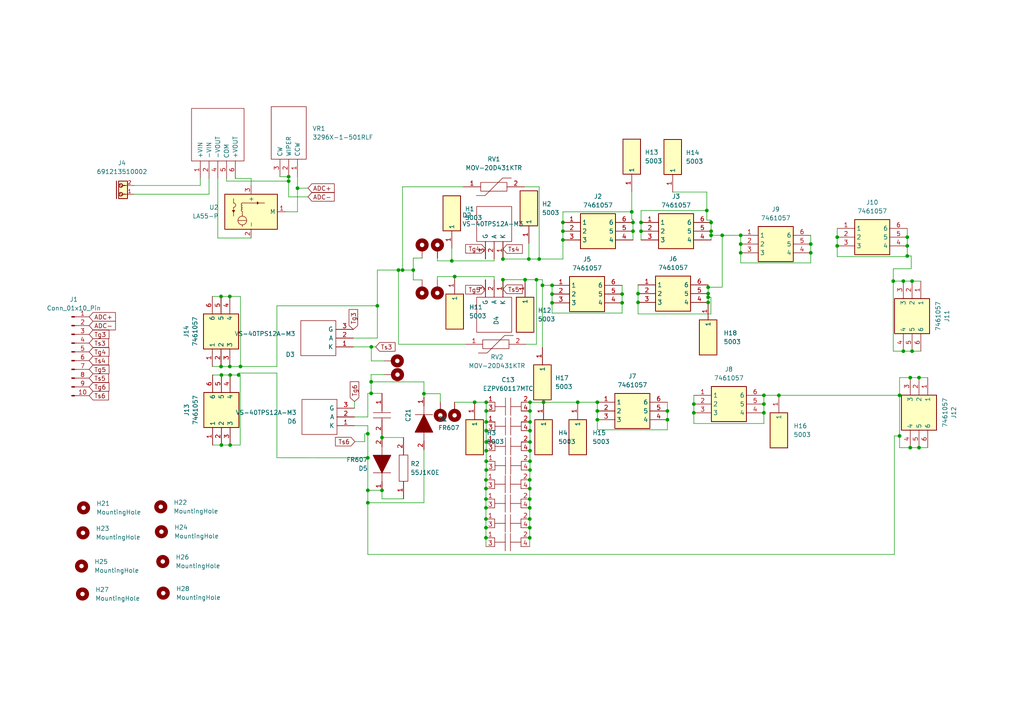
<source format=kicad_sch>
(kicad_sch (version 20250114) (generator "eeschema") (generator_version "9.0")
  (paper "A4")
  (junction (at 153.7208 119.2022))
  (junction (at 153.6446 147.2946))
  (junction (at 110.7948 126.8984))
  (junction (at 122.9614 114.1984))
  (junction (at 140.9446 150.5204))
  (junction (at 140.9446 139.192))
  (junction (at 106.68 132.7912))
  (junction (at 141.0208 124.9172))
  (junction (at 205.3844 85.1662))
  (junction (at 221.5642 114.6556))
  (junction (at 119.8626 78.3336))
  (junction (at 106.68 125.8062))
  (junction (at 214.8332 73.3298))
  (junction (at 167.5638 116.6622))
  (junction (at 64.2112 108.7628))
  (junction (at 206.248 64.516))
  (junction (at 205.3844 86.2076))
  (junction (at 153.7208 128.1938))
  (junction (at 264.541 81.534))
  (junction (at 262.001 101.854))
  (junction (at 155.6004 81.1276))
  (junction (at 153.7208 130.7338))
  (junction (at 153.7208 124.9172))
  (junction (at 107.6452 110.744))
  (junction (at 141.0208 119.2022))
  (junction (at 153.6446 139.1666))
  (junction (at 115.57 78.3336))
  (junction (at 106.68 142.2146))
  (junction (at 183.5912 64.516))
  (junction (at 193.5734 121.7422))
  (junction (at 205.3844 87.7062))
  (junction (at 140.9446 155.9814))
  (junction (at 153.6446 141.7066))
  (junction (at 152.2984 81.1276))
  (junction (at 83.7184 51.2572))
  (junction (at 263.144 68.7832))
  (junction (at 221.5642 117.1956))
  (junction (at 209.4738 68.2498))
  (junction (at 221.5642 119.7356))
  (junction (at 185.0644 85.1662))
  (junction (at 205.0034 61.0616))
  (junction (at 64.1096 106.299))
  (junction (at 183.5912 67.056))
  (junction (at 140.9446 144.7546))
  (junction (at 183.2356 61.4426))
  (junction (at 140.9446 141.7066))
  (junction (at 262.001 81.534))
  (junction (at 235.1532 73.3298))
  (junction (at 106.68 145.8214))
  (junction (at 193.5734 119.2022))
  (junction (at 264.0076 109.5248))
  (junction (at 141.0208 130.7338))
  (junction (at 206.248 67.056))
  (junction (at 141.0208 116.6622))
  (junction (at 242.824 71.3232))
  (junction (at 160.1216 87.8332))
  (junction (at 157.3276 82.7532))
  (junction (at 66.7512 108.7628))
  (junction (at 153.7208 122.3772))
  (junction (at 214.8332 68.2498))
  (junction (at 116.7638 78.3336))
  (junction (at 163.2712 67.056))
  (junction (at 266.5476 109.5248))
  (junction (at 242.824 68.7832))
  (junction (at 185.0644 87.7062))
  (junction (at 145.8722 75.1332))
  (junction (at 201.2442 119.7356))
  (junction (at 180.4416 85.2932))
  (junction (at 206.248 68.2498))
  (junction (at 69.215 108.7628))
  (junction (at 141.0208 133.7818))
  (junction (at 153.7208 133.7818))
  (junction (at 260.9088 114.6556))
  (junction (at 259.08 81.534))
  (junction (at 69.7484 106.299))
  (junction (at 153.7208 136.3218))
  (junction (at 153.6446 150.5204))
  (junction (at 66.6496 85.979))
  (junction (at 83.7184 52.5272))
  (junction (at 66.7512 129.0828))
  (junction (at 160.1216 85.2932))
  (junction (at 141.0208 136.3218))
  (junction (at 109.4486 88.6968))
  (junction (at 263.144 74.2442))
  (junction (at 64.1096 85.979))
  (junction (at 157.6578 116.6622))
  (junction (at 153.6446 155.9814))
  (junction (at 141.0208 128.1938))
  (junction (at 153.6446 153.0604))
  (junction (at 173.2534 116.6622))
  (junction (at 131.0386 75.6666))
  (junction (at 163.2712 64.516))
  (junction (at 205.3844 83.312))
  (junction (at 107.696 100.6094))
  (junction (at 263.144 71.3232))
  (junction (at 201.2442 117.1956))
  (junction (at 180.4416 87.8332))
  (junction (at 160.1216 82.7532))
  (junction (at 153.7208 116.6622))
  (junction (at 235.1532 70.7898))
  (junction (at 141.0208 122.3772))
  (junction (at 225.9076 114.6556))
  (junction (at 66.6496 106.299))
  (junction (at 214.8332 70.7898))
  (junction (at 64.2112 129.0828))
  (junction (at 137.668 116.6622))
  (junction (at 173.2534 119.2022))
  (junction (at 185.928 64.516))
  (junction (at 156.3878 75.1332))
  (junction (at 140.9446 147.2946))
  (junction (at 131.8768 80.2132))
  (junction (at 86.2838 54.5846))
  (junction (at 153.6446 144.7546))
  (junction (at 264.0076 129.8448))
  (junction (at 153.3906 75.1332))
  (junction (at 264.541 101.854))
  (junction (at 173.2534 121.7422))
  (junction (at 163.2712 69.596))
  (junction (at 107.6452 114.0968))
  (junction (at 140.9446 153.0604))
  (junction (at 266.5476 129.8448))
  (junction (at 185.928 67.056))
  (junction (at 145.8722 81.1276))
  (junction (at 110.7948 142.2146))
  (junction (at 260.9088 126.4412))
  (wire (pts (xy 68.2498 51.7652) (xy 72.8472 51.7652)))
  (wire (pts (xy 235.1532 68.2498) (xy 235.1532 70.7898)))
  (wire (pts (xy 63.1698 69.0372) (xy 72.8218 69.0372)))
  (wire (pts (xy 119.8626 74.8538) (xy 119.8626 78.3336)))
  (wire (pts (xy 185.0644 82.6262) (xy 185.0644 85.1662)))
  (wire (pts (xy 69.215 108.7628) (xy 69.6722 108.7628)))
  (wire (pts (xy 137.668 116.6622) (xy 141.0208 116.6622)))
  (wire (pts (xy 64.1096 85.979) (xy 61.5696 85.979)))
  (wire (pts (xy 183.2356 63.6524) (xy 183.5912 63.6524)))
  (wire (pts (xy 107.696 104.6734) (xy 107.696 100.6094)))
  (wire (pts (xy 69.215 108.204) (xy 80.3148 108.204)))
  (wire (pts (xy 122.9614 110.7694) (xy 107.6452 110.744)))
  (wire (pts (xy 260.9088 126.4412) (xy 260.9088 129.8448)))
  (wire (pts (xy 80.3148 108.204) (xy 80.3148 132.7658)))
  (wire (pts (xy 119.8626 81.1784) (xy 122.428 81.1784)))
  (wire (pts (xy 126.873 74.8538) (xy 126.873 75.6666)))
  (wire (pts (xy 153.7208 128.1938) (xy 153.7208 130.7338)))
  (wire (pts (xy 209.4738 68.2498) (xy 209.4738 83.312)))
  (wire (pts (xy 157.3276 81.1276) (xy 157.3276 82.7532)))
  (wire (pts (xy 221.5642 117.1956) (xy 221.5642 114.6556)))
  (wire (pts (xy 102.8192 118.3894) (xy 102.8192 116.459)))
  (wire (pts (xy 69.7484 106.299) (xy 69.7484 85.979)))
  (wire (pts (xy 180.4416 82.7532) (xy 180.4416 85.2932)))
  (wire (pts (xy 106.68 145.8214) (xy 106.68 160.8074)))
  (wire (pts (xy 163.2712 67.056) (xy 163.2712 69.596)))
  (wire (pts (xy 72.8472 51.7652) (xy 72.8218 53.7972)))
  (wire (pts (xy 242.824 66.2432) (xy 242.824 68.7832)))
  (wire (pts (xy 152.1206 54.1782) (xy 156.3878 54.1782)))
  (wire (pts (xy 160.1216 90.805) (xy 180.4416 90.805)))
  (wire (pts (xy 110.7948 126.8984) (xy 110.7948 126.7968)))
  (wire (pts (xy 160.1216 87.8332) (xy 160.1216 90.805)))
  (wire (pts (xy 140.9446 150.5204) (xy 140.9446 153.0604)))
  (wire (pts (xy 106.68 142.2146) (xy 106.68 145.8214)))
  (wire (pts (xy 205.0034 63.8556) (xy 206.248 63.8556)))
  (wire (pts (xy 185.0644 87.7062) (xy 185.0644 91.059)))
  (wire (pts (xy 38.862 56.3372) (xy 60.6298 56.3372)))
  (wire (pts (xy 153.7208 116.6622) (xy 153.7208 119.2022)))
  (wire (pts (xy 155.6004 81.1276) (xy 155.6004 99.8474)))
  (wire (pts (xy 259.08 77.9526) (xy 259.08 81.534)))
  (wire (pts (xy 109.4486 88.6968) (xy 109.4486 98.044)))
  (wire (pts (xy 110.7948 114.0968) (xy 107.6452 114.0968)))
  (wire (pts (xy 205.0034 55.7022) (xy 205.0034 61.0616)))
  (wire (pts (xy 65.7098 52.5272) (xy 83.7184 52.5272)))
  (wire (pts (xy 153.6446 147.2946) (xy 153.6446 150.5204)))
  (wire (pts (xy 65.7098 52.5272) (xy 65.7098 51.7652)))
  (wire (pts (xy 106.68 160.8074) (xy 259.4102 160.8074)))
  (wire (pts (xy 153.6446 139.1666) (xy 153.6446 141.7066)))
  (wire (pts (xy 214.8332 70.7898) (xy 214.8332 68.2498)))
  (wire (pts (xy 221.5642 122.8344) (xy 221.5642 119.7356)))
  (wire (pts (xy 80.3148 132.7658) (xy 106.7308 132.7912)))
  (wire (pts (xy 122.9614 114.1984) (xy 122.9614 115.189)))
  (wire (pts (xy 107.696 100.6094) (xy 108.966 100.6094)))
  (wire (pts (xy 109.4486 98.044) (xy 102.489 98.0694)))
  (wire (pts (xy 69.215 108.204) (xy 69.215 108.7628)))
  (wire (pts (xy 127.7112 114.1984) (xy 127.7112 116.6622)))
  (wire (pts (xy 157.6578 116.6622) (xy 167.5638 116.6622)))
  (wire (pts (xy 119.8626 81.1784) (xy 119.8626 78.3336)))
  (wire (pts (xy 185.928 64.516) (xy 185.928 67.056)))
  (wire (pts (xy 69.6722 129.0828) (xy 69.6722 108.7628)))
  (wire (pts (xy 63.1698 51.7652) (xy 63.1698 69.0372)))
  (wire (pts (xy 205.3844 82.6262) (xy 205.3844 83.312)))
  (wire (pts (xy 214.8332 73.3298) (xy 214.8332 70.7898)))
  (wire (pts (xy 173.2534 121.7422) (xy 173.2534 119.2022)))
  (wire (pts (xy 122.9614 110.7694) (xy 122.9614 114.1984)))
  (wire (pts (xy 167.5638 116.6622) (xy 173.2534 116.6622)))
  (wire (pts (xy 83.7184 51.2572) (xy 83.7438 51.2572)))
  (wire (pts (xy 267.081 101.854) (xy 264.541 101.854)))
  (wire (pts (xy 141.0208 119.2022) (xy 141.0208 116.6622)))
  (wire (pts (xy 116.7638 78.3336) (xy 119.8626 78.3336)))
  (wire (pts (xy 61.5696 106.299) (xy 64.1096 106.299)))
  (wire (pts (xy 183.2356 55.6006) (xy 183.2356 61.4426)))
  (wire (pts (xy 80.3148 88.6968) (xy 109.4486 88.6968)))
  (wire (pts (xy 193.5734 119.2022) (xy 193.5734 121.7422)))
  (wire (pts (xy 140.9446 144.7546) (xy 140.9446 147.2946)))
  (wire (pts (xy 145.8722 72.2376) (xy 145.8722 75.1332)))
  (wire (pts (xy 259.4102 160.8074) (xy 259.4102 126.4412)))
  (wire (pts (xy 110.7948 126.9746) (xy 110.7948 126.8984)))
  (wire (pts (xy 155.6004 99.8474) (xy 152.7048 99.8474)))
  (wire (pts (xy 153.7208 133.7818) (xy 153.7208 136.3218)))
  (wire (pts (xy 66.7512 108.7628) (xy 69.215 108.7628)))
  (wire (pts (xy 106.68 125.8062) (xy 106.68 132.7912)))
  (wire (pts (xy 153.3906 70.5866) (xy 153.3906 75.1332)))
  (wire (pts (xy 81.2038 51.2572) (xy 83.7184 51.2572)))
  (wire (pts (xy 106.68 123.4694) (xy 106.68 125.8062)))
  (wire (pts (xy 116.7384 54.1782) (xy 116.7638 77.089)))
  (wire (pts (xy 195.1228 55.7022) (xy 205.0034 55.7022)))
  (wire (pts (xy 110.7948 142.2146) (xy 110.7948 144.6784)))
  (wire (pts (xy 155.6004 81.1276) (xy 157.3276 81.1276)))
  (wire (pts (xy 153.6446 144.7546) (xy 153.6446 147.2946)))
  (wire (pts (xy 235.1532 73.3298) (xy 235.1532 76.2508)))
  (wire (pts (xy 206.248 67.056) (xy 206.248 68.2498)))
  (wire (pts (xy 119.8626 74.8538) (xy 122.428 74.8538)))
  (wire (pts (xy 156.3878 54.1782) (xy 156.3878 75.1332)))
  (wire (pts (xy 260.9088 109.5248) (xy 264.0076 109.5248)))
  (wire (pts (xy 131.0386 72.0344) (xy 131.0386 75.6666)))
  (wire (pts (xy 38.862 53.7972) (xy 58.0898 53.7972)))
  (wire (pts (xy 86.2838 61.4426) (xy 86.2838 54.5846)))
  (wire (pts (xy 116.7638 77.089) (xy 116.7638 78.3336)))
  (wire (pts (xy 109.4486 78.3336) (xy 115.57 78.3336)))
  (wire (pts (xy 173.2534 124.6632) (xy 193.5734 124.6632)))
  (wire (pts (xy 143.3322 80.2132) (xy 143.3322 81.1276)))
  (wire (pts (xy 140.9446 158.5214) (xy 140.9446 155.9814)))
  (wire (pts (xy 141.0208 128.1938) (xy 141.0208 130.7338)))
  (wire (pts (xy 115.5954 99.8474) (xy 115.57 78.3844)))
  (wire (pts (xy 183.5912 67.056) (xy 183.5912 69.596)))
  (wire (pts (xy 141.0208 119.2022) (xy 141.0208 122.3772)))
  (wire (pts (xy 262.001 81.534) (xy 264.541 81.534)))
  (wire (pts (xy 106.68 123.4694) (xy 102.8192 123.4694)))
  (wire (pts (xy 153.6446 150.5204) (xy 153.6446 153.0604)))
  (wire (pts (xy 206.1972 91.059) (xy 206.1972 86.2076)))
  (wire (pts (xy 259.08 77.9526) (xy 264.287 77.9526)))
  (wire (pts (xy 183.5912 63.6524) (xy 183.5912 64.516)))
  (wire (pts (xy 201.2442 117.1956) (xy 201.2442 119.7356)))
  (wire (pts (xy 106.68 132.7912) (xy 106.68 142.2146)))
  (wire (pts (xy 260.9088 114.6556) (xy 260.9088 126.4412)))
  (wire (pts (xy 141.0208 122.3772) (xy 141.0208 124.9172)))
  (wire (pts (xy 206.248 64.516) (xy 206.248 67.056)))
  (wire (pts (xy 110.7948 142.2146) (xy 106.68 142.2146)))
  (wire (pts (xy 264.0076 129.8448) (xy 266.5476 129.8448)))
  (wire (pts (xy 221.5642 114.6556) (xy 225.9076 114.6556)))
  (wire (pts (xy 205.3844 86.2076) (xy 205.3844 87.7062)))
  (wire (pts (xy 131.8768 80.2132) (xy 143.3322 80.2132)))
  (wire (pts (xy 126.873 75.6666) (xy 131.0386 75.6666)))
  (wire (pts (xy 185.928 61.0616) (xy 205.0034 61.0616)))
  (wire (pts (xy 206.248 63.8556) (xy 206.248 64.516)))
  (wire (pts (xy 140.7922 72.1614) (xy 140.7922 75.1332)))
  (wire (pts (xy 107.6452 110.744) (xy 107.6452 114.0968)))
  (wire (pts (xy 102.8192 120.9294) (xy 106.68 120.9294)))
  (wire (pts (xy 145.8722 81.1276) (xy 152.2984 81.1276)))
  (wire (pts (xy 266.5476 129.8448) (xy 269.0876 129.8448)))
  (wire (pts (xy 115.57 78.3336) (xy 116.7638 78.3336)))
  (wire (pts (xy 116.7384 54.1782) (xy 134.3406 54.1782)))
  (wire (pts (xy 140.7922 84.0232) (xy 140.7922 81.1276)))
  (wire (pts (xy 263.144 74.422) (xy 263.144 74.2442)))
  (wire (pts (xy 260.9088 129.8448) (xy 264.0076 129.8448)))
  (wire (pts (xy 66.6496 85.979) (xy 64.1096 85.979)))
  (wire (pts (xy 205.3844 85.1662) (xy 205.3844 86.2076)))
  (wire (pts (xy 69.6722 129.0828) (xy 66.7512 129.0828)))
  (wire (pts (xy 110.7948 126.8984) (xy 117.0432 126.8984)))
  (wire (pts (xy 173.2534 124.6632) (xy 173.2534 121.7422)))
  (wire (pts (xy 140.9446 141.7066) (xy 140.9446 144.7546)))
  (wire (pts (xy 89.3318 54.5592) (xy 86.2838 54.5846)))
  (wire (pts (xy 141.0208 136.3218) (xy 140.9446 139.192)))
  (wire (pts (xy 122.9614 114.1984) (xy 127.7112 114.1984)))
  (wire (pts (xy 69.7484 85.979) (xy 66.6496 85.979)))
  (wire (pts (xy 163.2712 64.516) (xy 163.2712 67.056)))
  (wire (pts (xy 205.3844 83.312) (xy 209.4738 83.312)))
  (wire (pts (xy 141.0208 124.9172) (xy 141.0208 128.1938)))
  (wire (pts (xy 145.8722 75.1332) (xy 153.3906 75.1332)))
  (wire (pts (xy 262.001 101.854) (xy 259.08 101.854)))
  (wire (pts (xy 140.9446 147.2946) (xy 140.9446 150.5204)))
  (wire (pts (xy 110.7948 144.6784) (xy 117.0432 144.6784)))
  (wire (pts (xy 260.9088 109.5248) (xy 260.9088 114.6556)))
  (wire (pts (xy 58.0898 53.7972) (xy 58.0898 51.7652)))
  (wire (pts (xy 264.541 101.854) (xy 262.001 101.854)))
  (wire (pts (xy 206.248 68.2498) (xy 209.4738 68.2498)))
  (wire (pts (xy 143.3322 75.1332) (xy 143.3322 75.6666)))
  (wire (pts (xy 86.2838 51.2572) (xy 86.2838 54.5846)))
  (wire (pts (xy 153.7208 124.9172) (xy 153.7208 128.1938)))
  (wire (pts (xy 206.1972 86.2076) (xy 205.3844 86.2076)))
  (wire (pts (xy 83.7184 57.0992) (xy 83.7184 52.5272)))
  (wire (pts (xy 263.144 71.3232) (xy 263.144 68.7832)))
  (wire (pts (xy 115.57 78.3844) (xy 115.57 78.3336)))
  (wire (pts (xy 122.9614 130.429) (xy 122.9614 145.8214)))
  (wire (pts (xy 259.08 81.534) (xy 259.08 101.854)))
  (wire (pts (xy 83.7184 52.5272) (xy 83.7184 51.2572)))
  (wire (pts (xy 111.4298 104.6734) (xy 107.696 104.6734)))
  (wire (pts (xy 242.824 71.3232) (xy 242.824 74.422)))
  (wire (pts (xy 221.5642 119.7356) (xy 221.5642 117.1956)))
  (wire (pts (xy 153.3906 75.1332) (xy 156.3878 75.1332)))
  (wire (pts (xy 201.2442 122.8344) (xy 201.2442 119.7356)))
  (wire (pts (xy 180.4416 90.805) (xy 180.4416 87.8332)))
  (wire (pts (xy 157.3276 82.7532) (xy 160.1216 82.7532)))
  (wire (pts (xy 242.824 74.422) (xy 263.144 74.422)))
  (wire (pts (xy 266.5476 109.5248) (xy 264.0076 109.5248)))
  (wire (pts (xy 106.68 114.0968) (xy 106.68 120.9294)))
  (wire (pts (xy 152.2984 81.1276) (xy 155.6004 81.1276)))
  (wire (pts (xy 105.791 125.8062) (xy 106.68 125.8062)))
  (wire (pts (xy 153.7208 130.7338) (xy 153.7208 133.7818)))
  (wire (pts (xy 185.928 67.056) (xy 185.928 69.596)))
  (wire (pts (xy 64.2112 129.0828) (xy 61.6712 129.0828)))
  (wire (pts (xy 153.6446 155.9814) (xy 153.6446 158.5214)))
  (wire (pts (xy 180.4416 85.2932) (xy 180.4416 87.8332)))
  (wire (pts (xy 183.2356 61.4426) (xy 183.2356 63.6524)))
  (wire (pts (xy 107.6452 114.0968) (xy 106.68 114.0968)))
  (wire (pts (xy 205.3844 83.312) (xy 205.3844 85.1662)))
  (wire (pts (xy 126.8476 80.2132) (xy 126.8476 81.1784)))
  (wire (pts (xy 115.5954 99.8474) (xy 134.9248 99.8474)))
  (wire (pts (xy 185.0644 85.1662) (xy 185.0644 87.7062)))
  (wire (pts (xy 242.824 68.7832) (xy 242.824 71.3232)))
  (wire (pts (xy 64.1096 106.299) (xy 66.6496 106.299)))
  (wire (pts (xy 153.7208 116.6622) (xy 157.6578 116.6622)))
  (wire (pts (xy 193.5734 116.6622) (xy 193.5734 119.2022)))
  (wire (pts (xy 156.3878 75.1332) (xy 163.2712 75.1332)))
  (wire (pts (xy 206.248 68.2498) (xy 206.248 69.596)))
  (wire (pts (xy 201.2442 114.6556) (xy 201.2442 117.1956)))
  (wire (pts (xy 163.2712 61.4426) (xy 183.2356 61.4426)))
  (wire (pts (xy 185.0644 91.059) (xy 206.1972 91.059)))
  (wire (pts (xy 160.1216 85.2932) (xy 160.1216 87.8332)))
  (wire (pts (xy 140.9446 139.1666) (xy 140.9446 139.192)))
  (wire (pts (xy 82.9818 61.4172) (xy 86.2838 61.4426)))
  (wire (pts (xy 163.2712 64.516) (xy 163.2712 61.4426)))
  (wire (pts (xy 173.2534 119.2022) (xy 173.2534 116.6622)))
  (wire (pts (xy 264.287 74.2442) (xy 263.144 74.2442)))
  (wire (pts (xy 141.0208 133.7818) (xy 141.0208 136.3218)))
  (wire (pts (xy 263.144 68.7832) (xy 263.144 66.2432)))
  (wire (pts (xy 214.8332 76.2508) (xy 235.1532 76.2508)))
  (wire (pts (xy 264.287 77.9526) (xy 264.287 74.2442)))
  (wire (pts (xy 66.7512 129.0828) (xy 64.2112 129.0828)))
  (wire (pts (xy 153.6446 153.0604) (xy 153.6446 155.9814)))
  (wire (pts (xy 259.4102 126.4412) (xy 260.9088 126.4412)))
  (wire (pts (xy 140.9446 139.192) (xy 140.9446 141.7066)))
  (wire (pts (xy 153.7208 136.3218) (xy 153.6446 139.1666)))
  (wire (pts (xy 102.9208 128.0922) (xy 105.791 128.0922)))
  (wire (pts (xy 263.144 74.2442) (xy 263.144 71.3232)))
  (wire (pts (xy 185.928 64.516) (xy 185.928 61.0616)))
  (wire (pts (xy 157.3276 82.7532) (xy 157.3276 100.7364)))
  (wire (pts (xy 105.791 128.0922) (xy 105.791 125.8062)))
  (wire (pts (xy 193.5734 121.7422) (xy 193.5734 124.6632)))
  (wire (pts (xy 153.6446 141.7066) (xy 153.6446 144.7546)))
  (wire (pts (xy 131.0386 75.6666) (xy 143.3322 75.6666)))
  (wire (pts (xy 111.4806 108.6612) (xy 107.6198 108.6612)))
  (wire (pts (xy 183.5912 64.516) (xy 183.5912 67.056)))
  (wire (pts (xy 61.6712 108.7628) (xy 64.2112 108.7628)))
  (wire (pts (xy 126.8476 80.2132) (xy 131.8768 80.2132)))
  (wire (pts (xy 107.6198 108.6612) (xy 107.6452 110.744)))
  (wire (pts (xy 235.1532 70.7898) (xy 235.1532 73.3298)))
  (wire (pts (xy 89.3318 57.0992) (xy 83.7184 57.0992)))
  (wire (pts (xy 209.4738 68.2498) (xy 214.8332 68.2498)))
  (wire (pts (xy 80.3148 88.6968) (xy 80.3148 106.299)))
  (wire (pts (xy 66.6496 106.299) (xy 69.7484 106.299)))
  (wire (pts (xy 131.8514 116.6622) (xy 137.668 116.6622)))
  (wire (pts (xy 214.8332 76.2508) (xy 214.8332 73.3298)))
  (wire (pts (xy 163.2712 69.596) (xy 163.2712 75.1332)))
  (wire (pts (xy 69.7484 106.299) (xy 80.3148 106.299)))
  (wire (pts (xy 225.9076 114.6556) (xy 260.9088 114.6556)))
  (wire (pts (xy 64.2112 108.7628) (xy 66.7512 108.7628)))
  (wire (pts (xy 259.08 81.534) (xy 262.001 81.534)))
  (wire (pts (xy 106.68 145.8214) (xy 122.9614 145.8214)))
  (wire (pts (xy 145.8722 83.8962) (xy 145.8722 81.1276)))
  (wire (pts (xy 269.0876 109.5248) (xy 266.5476 109.5248)))
  (wire (pts (xy 60.6298 56.3372) (xy 60.6298 51.7652)))
  (wire (pts (xy 205.0034 61.0616) (xy 205.0034 63.8556)))
  (wire (pts (xy 201.2442 122.8344) (xy 221.5642 122.8344)))
  (wire (pts (xy 140.9446 155.9814) (xy 140.9446 153.0604)))
  (wire (pts (xy 264.541 81.534) (xy 267.081 81.534)))
  (wire (pts (xy 153.7208 122.3772) (xy 153.7208 124.9172)))
  (wire (pts (xy 153.7208 119.2022) (xy 153.7208 122.3772)))
  (wire (pts (xy 160.1216 82.7532) (xy 160.1216 85.2932)))
  (wire (pts (xy 109.4486 78.3336) (xy 109.4486 88.6968)))
  (wire (pts (xy 106.7308 132.7912) (xy 106.68 132.7912)))
  (wire (pts (xy 102.489 100.6094) (xy 107.696 100.6094)))
  (wire (pts (xy 141.0208 130.7338) (xy 141.0208 133.7818)))
  (global_label "ADC-" (shape input) (at 89.3318 57.0992 0) (property "Intersheetrefs" "${INTERSHEET_REFS}" (effects (hide yes))))
  (global_label "Ts6" (shape input) (at 25.8572 114.7572 0) (property "Intersheetrefs" "${INTERSHEET_REFS}" (effects (hide yes))))
  (global_label "Ts3" (shape input) (at 108.966 100.6094 0) (property "Intersheetrefs" "${INTERSHEET_REFS}" (effects (hide yes))))
  (global_label "Tg5" (shape input) (at 140.7922 84.0232 180) (property "Intersheetrefs" "${INTERSHEET_REFS}" (effects (hide yes))))
  (global_label "Ts6" (shape input) (at 102.9208 128.0922 180) (property "Intersheetrefs" "${INTERSHEET_REFS}" (effects (hide yes))))
  (global_label "Tg3" (shape input) (at 102.489 95.5294 90) (property "Intersheetrefs" "${INTERSHEET_REFS}" (effects (hide yes))))
  (global_label "Ts4" (shape input) (at 25.8572 104.5972 0) (property "Intersheetrefs" "${INTERSHEET_REFS}" (effects (hide yes))))
  (global_label "ADC-" (shape input) (at 25.8572 94.4372 0) (property "Intersheetrefs" "${INTERSHEET_REFS}" (effects (hide yes))))
  (global_label "Tg3" (shape input) (at 25.8572 96.9772 0) (property "Intersheetrefs" "${INTERSHEET_REFS}" (effects (hide yes))))
  (global_label "Tg6" (shape input) (at 25.8572 112.2172 0) (property "Intersheetrefs" "${INTERSHEET_REFS}" (effects (hide yes))))
  (global_label "Ts4" (shape input) (at 145.8722 72.2376 0) (property "Intersheetrefs" "${INTERSHEET_REFS}" (effects (hide yes))))
  (global_label "Tg4" (shape input) (at 25.8572 102.0572 0) (property "Intersheetrefs" "${INTERSHEET_REFS}" (effects (hide yes))))
  (global_label "Tg6" (shape input) (at 102.8192 116.459 90) (property "Intersheetrefs" "${INTERSHEET_REFS}" (effects (hide yes))))
  (global_label "ADC+" (shape input) (at 25.8572 91.8972 0) (property "Intersheetrefs" "${INTERSHEET_REFS}" (effects (hide yes))))
  (global_label "Ts5" (shape input) (at 145.8722 83.8962 0) (property "Intersheetrefs" "${INTERSHEET_REFS}" (effects (hide yes))))
  (global_label "Tg4" (shape input) (at 140.7922 72.1614 180) (property "Intersheetrefs" "${INTERSHEET_REFS}" (effects (hide yes))))
  (global_label "Tg5" (shape input) (at 25.8572 107.1372 0) (property "Intersheetrefs" "${INTERSHEET_REFS}" (effects (hide yes))))
  (global_label "Ts3" (shape input) (at 25.8572 99.5172 0) (property "Intersheetrefs" "${INTERSHEET_REFS}" (effects (hide yes))))
  (global_label "ADC+" (shape input) (at 89.3318 54.5592 0) (property "Intersheetrefs" "${INTERSHEET_REFS}" (effects (hide yes))))
  (global_label "Ts5" (shape input) (at 25.8572 109.6772 0) (property "Intersheetrefs" "${INTERSHEET_REFS}" (effects (hide yes))))
  (symbol (lib_id "Sensor_Current:LA55-P") (at 72.8218 61.4172 0) (unit 1)
    (property "Reference" "U2" (at 63.4238 60.1472 0) (effects (justify right)))
    (property "Value" "LA55-P" (at 63.4238 62.6872 0) (effects (justify right)))
    (property "Footprint" "Current sensor:LA55-P" (effects (hide yes)))
    (property "Datasheet" "https://www.lem.com/sites/default/files/products_datasheets/la_55-p_e.pdf" (effects (hide yes)))
  )
  (symbol (lib_id "Mechanical:MountingHole_Pad") (at 122.428 83.7184 180) (unit 1)
    (property "Reference" "H7" (effects (hide yes)))
    (property "Value" "MountingHole_Pad" (effects (hide yes)))
    (property "Footprint" "MountingHole:MountingHole_2.2mm_M2_ISO7380_Pad" (effects (hide yes)))
  )
  (symbol (lib_id "EZPV60117MTC:EZPV60117MTC") (at 141.0208 117.9322 0) (unit 1)
    (property "Reference" "C13" (at 147.3708 110.1598 0))
    (property "Value" "EZPV60117MTC" (at 147.3708 112.6998 0))
    (property "Footprint" "Capacitor TH 110uF:EZPV60117MTC" (effects (hide yes)))
    (property "Datasheet" "http://industrial.panasonic.com/cdbs/www-data/pdf/RDL0000/RDL0000C251.pdf" (effects (hide yes)))
    (property "Description" "Cap Film 110uF 600V PP 10% (57.5 X 35 X 56mm) Plastic Rectangular Can 52.5mm 0.0048 Ohm 105C Bulk" (effects (hide yes)))
    (property "Height" "57" (effects (hide yes)))
    (property "Manufacturer_Name" "Panasonic" (effects (hide yes)))
    (property "Manufacturer_Part_Number" "EZPV60117MTC" (effects (hide yes)))
  )
  (symbol (lib_id "5003:5003") (at 167.5638 116.6622 270) (unit 1)
    (property "Reference" "H15" (at 171.8056 125.5522 90) (effects (justify left)))
    (property "Value" "5003" (at 171.8056 128.0922 90) (effects (justify left)))
    (property "Footprint" "Final_testpoint:5003" (effects (hide yes)))
    (property "Datasheet" "https://componentsearchengine.com/Datasheets/1/5003.pdf" (effects (hide yes)))
    (property "Height" "4.57" (effects (hide yes)))
    (property "Manufacturer_Name" "Keystone Electronics" (effects (hide yes)))
    (property "Manufacturer_Part_Number" "5003" (effects (hide yes)))
  )
  (symbol (lib_id "Mechanical:MountingHole") (at 47.3456 172.0342 0) (unit 1)
    (property "Reference" "H28" (at 51.054 170.7642 0) (effects (justify left)))
    (property "Value" "MountingHole" (at 51.054 173.3042 0) (effects (justify left)))
    (property "Footprint" "MountingHole:MountingHole_3.2mm_M3" (effects (hide yes)))
  )
  (symbol (lib_id "Mechanical:MountingHole") (at 23.9268 172.2882 0) (unit 1)
    (property "Reference" "H27" (at 27.6352 171.0182 0) (effects (justify left)))
    (property "Value" "MountingHole" (at 27.6352 173.5582 0) (effects (justify left)))
    (property "Footprint" "MountingHole:MountingHole_3.2mm_M3" (effects (hide yes)))
  )
  (symbol (lib_id "7461057:7461057") (at 214.8332 68.2498 0) (unit 1)
    (property "Reference" "J9" (at 224.9932 60.706 0))
    (property "Value" "7461057" (at 224.9932 63.246 0))
    (property "Footprint" "6 pin connector:7461057" (effects (hide yes)))
    (property "Datasheet" "https://katalog.we-online.com/em/datasheet/7461057.pdf" (effects (hide yes)))
    (property "Height" "6.2" (effects (hide yes)))
    (property "Manufacturer_Name" "Wurth Elektronik" (effects (hide yes)))
    (property "Manufacturer_Part_Number" "7461057" (effects (hide yes)))
  )
  (symbol (lib_id "7461057:7461057") (at 185.0644 82.6262 0) (unit 1)
    (property "Reference" "J6" (at 195.2244 75.0824 0))
    (property "Value" "7461057" (at 195.2244 77.6224 0))
    (property "Footprint" "6 pin connector:7461057" (effects (hide yes)))
    (property "Datasheet" "https://katalog.we-online.com/em/datasheet/7461057.pdf" (effects (hide yes)))
    (property "Height" "6.2" (effects (hide yes)))
    (property "Manufacturer_Name" "Wurth Elektronik" (effects (hide yes)))
    (property "Manufacturer_Part_Number" "7461057" (effects (hide yes)))
  )
  (symbol (lib_id "Mechanical:MountingHole") (at 24.2316 147.2946 0) (unit 1)
    (property "Reference" "H21" (at 27.94 146.0246 0) (effects (justify left)))
    (property "Value" "MountingHole" (at 27.94 148.5646 0) (effects (justify left)))
    (property "Footprint" "MountingHole:MountingHole_3.2mm_M3" (effects (hide yes)))
  )
  (symbol (lib_id "VS-40TPS12A-M3:VS-40TPS12A-M3") (at 145.8722 81.1276 270) (unit 1)
    (property "Reference" "D4" (at 143.9418 91.5924 0) (effects (justify left)))
    (property "Value" "VS-40TPS12A-M3" (effects (hide yes)))
    (property "Footprint" "Thyristors:TO546P531X1558X2499-3P" (effects (hide yes)))
    (property "Datasheet" "https://www.vishay.com/docs/94388/vs-40tps-m3series.pdf" (effects (hide yes)))
    (property "Description" "Thyristor,40TPS12A 40A 1200V" (effects (hide yes)))
    (property "Height" "5.31" (effects (hide yes)))
    (property "Manufacturer_Name" "Vishay" (effects (hide yes)))
    (property "Manufacturer_Part_Number" "VS-40TPS12A-M3" (effects (hide yes)))
  )
  (symbol (lib_id "7461057:7461057") (at 61.6712 129.0828 90) (unit 1)
    (property "Reference" "J13" (at 54.1274 118.9228 0))
    (property "Value" "7461057" (at 56.6674 118.9228 0))
    (property "Footprint" "6 pin connector:7461057" (effects (hide yes)))
    (property "Datasheet" "https://katalog.we-online.com/em/datasheet/7461057.pdf" (effects (hide yes)))
    (property "Height" "6.2" (effects (hide yes)))
    (property "Manufacturer_Name" "Wurth Elektronik" (effects (hide yes)))
    (property "Manufacturer_Part_Number" "7461057" (effects (hide yes)))
  )
  (symbol (lib_id "Mechanical:MountingHole_Pad") (at 122.428 72.3138 0) (unit 1)
    (property "Reference" "H9" (effects (hide yes)))
    (property "Value" "MountingHole_Pad" (effects (hide yes)))
    (property "Footprint" "MountingHole:MountingHole_2.2mm_M2_ISO7380_Pad" (effects (hide yes)))
  )
  (symbol (lib_id "5003:5003") (at 152.2984 81.1276 270) (unit 1)
    (property "Reference" "H12" (at 155.9814 90.0176 90) (effects (justify left)))
    (property "Value" "5003" (at 155.9814 92.5576 90) (effects (justify left)))
    (property "Footprint" "Final_testpoint:5003" (effects (hide yes)))
    (property "Datasheet" "https://componentsearchengine.com/Datasheets/1/5003.pdf" (effects (hide yes)))
    (property "Height" "4.57" (effects (hide yes)))
    (property "Manufacturer_Name" "Keystone Electronics" (effects (hide yes)))
    (property "Manufacturer_Part_Number" "5003" (effects (hide yes)))
  )
  (symbol (lib_id "5003:5003") (at 195.1228 55.7022 90) (unit 1)
    (property "Reference" "H14" (at 198.9074 44.2722 90) (effects (justify right)))
    (property "Value" "5003" (at 198.9074 46.8122 90) (effects (justify right)))
    (property "Footprint" "Final_testpoint:5003" (effects (hide yes)))
    (property "Datasheet" "https://componentsearchengine.com/Datasheets/1/5003.pdf" (effects (hide yes)))
    (property "Height" "4.57" (effects (hide yes)))
    (property "Manufacturer_Name" "Keystone Electronics" (effects (hide yes)))
    (property "Manufacturer_Part_Number" "5003" (effects (hide yes)))
  )
  (symbol (lib_id "Mechanical:MountingHole_Pad") (at 127.7112 119.2022 180) (unit 1)
    (property "Reference" "H5" (effects (hide yes)))
    (property "Value" "MountingHole_Pad" (effects (hide yes)))
    (property "Footprint" "MountingHole:MountingHole_2.2mm_M2_ISO7380_Pad" (effects (hide yes)))
  )
  (symbol (lib_id "VS-40TPS12A-M3:VS-40TPS12A-M3") (at 145.8722 75.1332 270) (mirror x) (unit 1)
    (property "Reference" "D2" (at 134.0612 62.4078 90) (effects (justify left)))
    (property "Value" "VS-40TPS12A-M3" (at 134.0612 64.9478 90) (effects (justify left)))
    (property "Footprint" "Thyristors:TO546P531X1558X2499-3P" (effects (hide yes)))
    (property "Datasheet" "https://www.vishay.com/docs/94388/vs-40tps-m3series.pdf" (effects (hide yes)))
    (property "Description" "Thyristor,40TPS12A 40A 1200V" (effects (hide yes)))
    (property "Height" "5.31" (effects (hide yes)))
    (property "Manufacturer_Name" "Vishay" (effects (hide yes)))
    (property "Manufacturer_Part_Number" "VS-40TPS12A-M3" (effects (hide yes)))
  )
  (symbol (lib_id "3296X-1-501RLF:3296X-1-501RLF") (at 81.2038 51.2572 90) (unit 1)
    (property "Reference" "VR1" (at 90.6018 37.2872 90) (effects (justify right)))
    (property "Value" "3296X-1-501RLF" (at 90.6018 39.8272 90) (effects (justify right)))
    (property "Footprint" "10K pot:3296X1223LF" (effects (hide yes)))
    (property "Datasheet" "https://www.bourns.com/pdfs/3296.pdf" (effects (hide yes)))
    (property "Description" "Trimmer Resistors - Through Hole 1/2W 500ohm 10% Square Trimpot" (effects (hide yes)))
    (property "Height" "10" (effects (hide yes)))
    (property "Manufacturer_Name" "Bourns" (effects (hide yes)))
    (property "Manufacturer_Part_Number" "3296X-1-501RLF" (effects (hide yes)))
    (property "Mouser Part Number" "652-3296X-1-501RLF" (effects (hide yes)))
    (property "Mouser Price/Stock" "https://www.mouser.co.uk/ProductDetail/Bourns/3296X-1-501RLF?qs=pxDZlBjcsCiC1uib8I6u%2FA%3D%3D" (effects (hide yes)))
  )
  (symbol (lib_id "7461057:7461057") (at 173.2534 116.6622 0) (unit 1)
    (property "Reference" "J7" (at 183.4134 109.1184 0))
    (property "Value" "7461057" (at 183.4134 111.6584 0))
    (property "Footprint" "6 pin connector:7461057" (effects (hide yes)))
    (property "Datasheet" "https://katalog.we-online.com/em/datasheet/7461057.pdf" (effects (hide yes)))
    (property "Height" "6.2" (effects (hide yes)))
    (property "Manufacturer_Name" "Wurth Elektronik" (effects (hide yes)))
    (property "Manufacturer_Part_Number" "7461057" (effects (hide yes)))
  )
  (symbol (lib_id "5003:5003") (at 131.8768 80.2132 270) (unit 1)
    (property "Reference" "H11" (at 136.0424 89.1032 90) (effects (justify left)))
    (property "Value" "5003" (at 136.0424 91.6432 90) (effects (justify left)))
    (property "Footprint" "Final_testpoint:5003" (effects (hide yes)))
    (property "Datasheet" "https://componentsearchengine.com/Datasheets/1/5003.pdf" (effects (hide yes)))
    (property "Height" "4.57" (effects (hide yes)))
    (property "Manufacturer_Name" "Keystone Electronics" (effects (hide yes)))
    (property "Manufacturer_Part_Number" "5003" (effects (hide yes)))
  )
  (symbol (lib_id "Mechanical:MountingHole_Pad") (at 126.8476 83.7184 180) (unit 1)
    (property "Reference" "H8" (effects (hide yes)))
    (property "Value" "MountingHole_Pad" (effects (hide yes)))
    (property "Footprint" "MountingHole:MountingHole_2.2mm_M2_ISO7380_Pad" (effects (hide yes)))
  )
  (symbol (lib_id "Mechanical:MountingHole") (at 46.6318 147.0012 0) (unit 1)
    (property "Reference" "H22" (at 50.3402 145.7312 0) (effects (justify left)))
    (property "Value" "MountingHole" (at 50.3402 148.2712 0) (effects (justify left)))
    (property "Footprint" "MountingHole:MountingHole_3.2mm_M3" (effects (hide yes)))
  )
  (symbol (lib_id "VS-40TPS12A-M3:VS-40TPS12A-M3") (at 102.8192 123.4694 180) (unit 1)
    (property "Reference" "D6" (at 86.0298 122.1994 0) (effects (justify left)))
    (property "Value" "VS-40TPS12A-M3" (at 86.0298 119.6594 0) (effects (justify left)))
    (property "Footprint" "Thyristors:TO546P531X1558X2499-3P" (effects (hide yes)))
    (property "Datasheet" "https://www.vishay.com/docs/94388/vs-40tps-m3series.pdf" (effects (hide yes)))
    (property "Description" "Thyristor,40TPS12A 40A 1200V" (effects (hide yes)))
    (property "Height" "5.31" (effects (hide yes)))
    (property "Manufacturer_Name" "Vishay" (effects (hide yes)))
    (property "Manufacturer_Part_Number" "VS-40TPS12A-M3" (effects (hide yes)))
  )
  (symbol (lib_id "Connector:Conn_01x10_Pin") (at 20.7772 102.0572 0) (unit 1)
    (property "Reference" "J1" (at 21.4122 86.8426 0))
    (property "Value" "Conn_01x10_Pin" (at 21.4122 89.3826 0))
    (property "Footprint" "Connector_PinSocket_2.54mm:PinSocket_1x10_P2.54mm_Vertical" (effects (hide yes)))
  )
  (symbol (lib_id "FR607:FR607") (at 110.7948 142.2146 90) (unit 1)
    (property "Reference" "D5" (at 106.6546 135.8646 90) (effects (justify left)))
    (property "Value" "FR607" (at 106.6546 133.3246 90) (effects (justify left)))
    (property "Footprint" "Diode_THT:D_P600_R-6_P12.70mm_Horizontal" (effects (hide yes)))
    (property "Datasheet" "https://www.diodes.com/assets/Datasheets/products_inactive_data/ds26004.pdf" (effects (hide yes)))
    (property "Description" "Case: R-6, Molded Plastic  Terminals: Axial Leads, Solderable per" (effects (hide yes)))
    (property "Manufacturer_Name" "MASTER INSTRUMENT CORP" (effects (hide yes)))
    (property "Manufacturer_Part_Number" "FR607" (effects (hide yes)))
  )
  (symbol (lib_id "EZPV60117MTC:EZPV60117MTC") (at 141.0208 123.6472 0) (unit 1)
    (property "Reference" "C14" (effects (hide yes)))
    (property "Value" "EZPV60117MTC" (effects (hide yes)))
    (property "Footprint" "Capacitor TH 110uF:EZPV60117MTC" (effects (hide yes)))
    (property "Datasheet" "http://industrial.panasonic.com/cdbs/www-data/pdf/RDL0000/RDL0000C251.pdf" (effects (hide yes)))
    (property "Description" "Cap Film 110uF 600V PP 10% (57.5 X 35 X 56mm) Plastic Rectangular Can 52.5mm 0.0048 Ohm 105C Bulk" (effects (hide yes)))
    (property "Height" "57" (effects (hide yes)))
    (property "Manufacturer_Name" "Panasonic" (effects (hide yes)))
    (property "Manufacturer_Part_Number" "EZPV60117MTC" (effects (hide yes)))
  )
  (symbol (lib_id "MOV-20D431KTR:MOV-20D431KTR") (at 134.3406 54.1782 0) (unit 1)
    (property "Reference" "RV1" (at 143.2306 46.1518 0))
    (property "Value" "MOV-20D431KTR" (at 143.2306 48.6918 0))
    (property "Footprint" "MOV:MOV20D431K" (effects (hide yes)))
    (property "Datasheet" "https://www.bourns.com/docs/Product-Datasheets/MOV20D.pdf" (effects (hide yes)))
    (property "Description" "BOURNS - MOV-20D431KTR - VARISTOR, METAL OXIDE, 430V, 20MM, 10%" (effects (hide yes)))
    (property "Height" "26" (effects (hide yes)))
    (property "Mouser Part Number" "652-MOV-20D431KTR" (effects (hide yes)))
    (property "Mouser Price/Stock" "https://www.mouser.co.uk/ProductDetail/Bourns/MOV-20D431KTR?qs=CQ3B1E%252BbPs2TuodpqNfUKg%3D%3D" (effects (hide yes)))
    (property "Manufacturer_Name" "Bourns" (effects (hide yes)))
    (property "Manufacturer_Part_Number" "MOV-20D431KTR" (effects (hide yes)))
  )
  (symbol (lib_id "ECWFG2J105K:ECWFG2J105K") (at 110.7948 114.0968 270) (unit 1)
    (property "Reference" "C21" (at 118.364 120.4468 0))
    (property "Value" "ECWFG2J105K" (effects (hide yes)))
    (property "Footprint" "Snubber Capacitor_1uF:ECWFG2J105K" (effects (hide yes)))
    (property "Datasheet" "http://industrial.panasonic.com/cdbs/www-data/pdf/RDL0000/RDL0000C245.pdf" (effects (hide yes)))
    (property "Description" "-40 to 110" (effects (hide yes)))
    (property "Height" "18.5" (effects (hide yes)))
    (property "Manufacturer_Name" "Panasonic" (effects (hide yes)))
    (property "Manufacturer_Part_Number" "ECWFG2J105K" (effects (hide yes)))
  )
  (symbol (lib_id "Mechanical:MountingHole") (at 23.6474 164.1856 0) (unit 1)
    (property "Reference" "H25" (at 27.3558 162.9156 0) (effects (justify left)))
    (property "Value" "MountingHole" (at 27.3558 165.4556 0) (effects (justify left)))
    (property "Footprint" "MountingHole:MountingHole_3.2mm_M3" (effects (hide yes)))
  )
  (symbol (lib_id "7461057:7461057") (at 185.928 64.516 0) (unit 1)
    (property "Reference" "J3" (at 196.088 56.9722 0))
    (property "Value" "7461057" (at 196.088 59.5122 0))
    (property "Footprint" "6 pin connector:7461057" (effects (hide yes)))
    (property "Datasheet" "https://katalog.we-online.com/em/datasheet/7461057.pdf" (effects (hide yes)))
    (property "Height" "6.2" (effects (hide yes)))
    (property "Manufacturer_Name" "Wurth Elektronik" (effects (hide yes)))
    (property "Manufacturer_Part_Number" "7461057" (effects (hide yes)))
  )
  (symbol (lib_id "55J1K0E:55J1K0E") (at 117.0432 144.6784 90) (unit 1)
    (property "Reference" "R2" (at 119.0498 134.5184 90) (effects (justify right)))
    (property "Value" "55J1K0E" (at 119.0498 137.0584 90) (effects (justify right)))
    (property "Footprint" "Resistor 5w:RESAD5300W105L2100D800" (effects (hide yes)))
    (property "Datasheet" "https://www.ohmite.com/assets/docs/res_50.pdf" (effects (hide yes)))
    (property "Description" "Wirewound Resistors - Through Hole 5W 1K Ohm 5%" (effects (hide yes)))
    (property "Manufacturer_Name" "Ohmite" (effects (hide yes)))
    (property "Manufacturer_Part_Number" "55J1K0E" (effects (hide yes)))
    (property "Mouser Part Number" "588-55J1K0E" (effects (hide yes)))
    (property "Mouser Price/Stock" "https://www.mouser.co.uk/ProductDetail/Ohmite/55J1K0E?qs=NgbZBzc1CyE5mML%2FaWucwQ%3D%3D" (effects (hide yes)))
  )
  (symbol (lib_id "FR607:FR607") (at 122.9614 115.189 270) (unit 1)
    (property "Reference" "D1" (at 127.1016 121.539 90) (effects (justify left)))
    (property "Value" "FR607" (at 127.1016 124.079 90) (effects (justify left)))
    (property "Footprint" "Diode_THT:D_P600_R-6_P12.70mm_Horizontal" (effects (hide yes)))
    (property "Datasheet" "https://www.diodes.com/assets/Datasheets/products_inactive_data/ds26004.pdf" (effects (hide yes)))
    (property "Description" "Case: R-6, Molded Plastic  Terminals: Axial Leads, Solderable per" (effects (hide yes)))
    (property "Manufacturer_Name" "MASTER INSTRUMENT CORP" (effects (hide yes)))
    (property "Manufacturer_Part_Number" "FR607" (effects (hide yes)))
  )
  (symbol (lib_id "Mechanical:MountingHole_Pad") (at 114.0206 108.6612 270) (unit 1)
    (property "Reference" "H19" (effects (hide yes)))
    (property "Value" "MountingHole_Pad" (effects (hide yes)))
    (property "Footprint" "MountingHole:MountingHole_2.2mm_M2_ISO7380_Pad" (effects (hide yes)))
  )
  (symbol (lib_id "VS-40TPS12A-M3:VS-40TPS12A-M3") (at 102.489 100.6094 180) (unit 1)
    (property "Reference" "D3" (at 85.5472 102.8192 0) (effects (justify left)))
    (property "Value" "VS-40TPS12A-M3" (at 85.6996 96.7994 0) (effects (justify left)))
    (property "Footprint" "Thyristors:TO546P531X1558X2499-3P" (effects (hide yes)))
    (property "Datasheet" "https://www.vishay.com/docs/94388/vs-40tps-m3series.pdf" (effects (hide yes)))
    (property "Description" "Thyristor,40TPS12A 40A 1200V" (effects (hide yes)))
    (property "Height" "5.31" (effects (hide yes)))
    (property "Manufacturer_Name" "Vishay" (effects (hide yes)))
    (property "Manufacturer_Part_Number" "VS-40TPS12A-M3" (effects (hide yes)))
  )
  (symbol (lib_id "EZPV60117MTC:EZPV60117MTC") (at 141.0208 129.4638 0) (unit 1)
    (property "Reference" "C15" (effects (hide yes)))
    (property "Value" "EZPV60117MTC" (effects (hide yes)))
    (property "Footprint" "Capacitor TH 110uF:EZPV60117MTC" (effects (hide yes)))
    (property "Datasheet" "http://industrial.panasonic.com/cdbs/www-data/pdf/RDL0000/RDL0000C251.pdf" (effects (hide yes)))
    (property "Description" "Cap Film 110uF 600V PP 10% (57.5 X 35 X 56mm) Plastic Rectangular Can 52.5mm 0.0048 Ohm 105C Bulk" (effects (hide yes)))
    (property "Height" "57" (effects (hide yes)))
    (property "Manufacturer_Name" "Panasonic" (effects (hide yes)))
    (property "Manufacturer_Part_Number" "EZPV60117MTC" (effects (hide yes)))
  )
  (symbol (lib_id "5003:5003") (at 131.0386 72.0344 90) (unit 1)
    (property "Reference" "H1" (at 134.8232 60.6044 90) (effects (justify right)))
    (property "Value" "5003" (at 134.8232 63.1444 90) (effects (justify right)))
    (property "Footprint" "Final_testpoint:5003" (effects (hide yes)))
    (property "Datasheet" "https://componentsearchengine.com/Datasheets/1/5003.pdf" (effects (hide yes)))
    (property "Height" "4.57" (effects (hide yes)))
    (property "Manufacturer_Name" "Keystone Electronics" (effects (hide yes)))
    (property "Manufacturer_Part_Number" "5003" (effects (hide yes)))
  )
  (symbol (lib_id "EZPV60117MTC:EZPV60117MTC") (at 140.9446 146.0246 0) (unit 1)
    (property "Reference" "C18" (effects (hide yes)))
    (property "Value" "EZPV60117MTC" (effects (hide yes)))
    (property "Footprint" "Capacitor TH 110uF:EZPV60117MTC" (effects (hide yes)))
    (property "Datasheet" "http://industrial.panasonic.com/cdbs/www-data/pdf/RDL0000/RDL0000C251.pdf" (effects (hide yes)))
    (property "Description" "Cap Film 110uF 600V PP 10% (57.5 X 35 X 56mm) Plastic Rectangular Can 52.5mm 0.0048 Ohm 105C Bulk" (effects (hide yes)))
    (property "Height" "57" (effects (hide yes)))
    (property "Manufacturer_Name" "Panasonic" (effects (hide yes)))
    (property "Manufacturer_Part_Number" "EZPV60117MTC" (effects (hide yes)))
  )
  (symbol (lib_id "Mechanical:MountingHole") (at 47.2186 162.8648 0) (unit 1)
    (property "Reference" "H26" (at 50.927 161.5948 0) (effects (justify left)))
    (property "Value" "MountingHole" (at 50.927 164.1348 0) (effects (justify left)))
    (property "Footprint" "MountingHole:MountingHole_3.2mm_M3" (effects (hide yes)))
  )
  (symbol (lib_id "7461057:7461057") (at 269.0876 109.5248 270) (unit 1)
    (property "Reference" "J12" (at 276.6314 119.6848 0))
    (property "Value" "7461057" (at 274.0914 119.6848 0))
    (property "Footprint" "6 pin connector:7461057" (effects (hide yes)))
    (property "Datasheet" "https://katalog.we-online.com/em/datasheet/7461057.pdf" (effects (hide yes)))
    (property "Height" "6.2" (effects (hide yes)))
    (property "Manufacturer_Name" "Wurth Elektronik" (effects (hide yes)))
    (property "Manufacturer_Part_Number" "7461057" (effects (hide yes)))
  )
  (symbol (lib_id "RB-1215D_HP:RB-1215D_HP") (at 58.0898 51.7652 90) (unit 1)
    (property "Reference" "U1" (effects (hide yes)))
    (property "Value" "RB-1215D_HP" (effects (hide yes)))
    (property "Footprint" "Power Supply 2:RB1215DHP" (effects (hide yes)))
    (property "Datasheet" "https://componentsearchengine.com/Datasheets/1/RB-1215D_HP.pdf" (effects (hide yes)))
    (property "Description" "DC DC CONVERTER +/-15V 1W" (effects (hide yes)))
    (property "Height" "10.45" (effects (hide yes)))
    (property "Manufacturer_Name" "RECOM Power" (effects (hide yes)))
    (property "Manufacturer_Part_Number" "RB-1215D/HP" (effects (hide yes)))
    (property "Mouser Part Number" "919-RB-1215D/HP" (effects (hide yes)))
    (property "Mouser Price/Stock" "https://www.mouser.co.uk/ProductDetail/RECOM-Power/RB-1215D-HP?qs=XF8hdbuHJAWrP1Lp8AjZCQ%3D%3D" (effects (hide yes)))
  )
  (symbol (lib_id "MOV-20D431KTR:MOV-20D431KTR") (at 134.9248 99.8474 0) (unit 1)
    (property "Reference" "RV2" (at 144.145 103.5558 0))
    (property "Value" "MOV-20D431KTR" (at 144.145 106.0958 0))
    (property "Footprint" "MOV:MOV20D431K" (effects (hide yes)))
    (property "Datasheet" "https://www.bourns.com/docs/Product-Datasheets/MOV20D.pdf" (effects (hide yes)))
    (property "Description" "BOURNS - MOV-20D431KTR - VARISTOR, METAL OXIDE, 430V, 20MM, 10%" (effects (hide yes)))
    (property "Height" "26" (effects (hide yes)))
    (property "Mouser Part Number" "652-MOV-20D431KTR" (effects (hide yes)))
    (property "Mouser Price/Stock" "https://www.mouser.co.uk/ProductDetail/Bourns/MOV-20D431KTR?qs=CQ3B1E%252BbPs2TuodpqNfUKg%3D%3D" (effects (hide yes)))
    (property "Manufacturer_Name" "Bourns" (effects (hide yes)))
    (property "Manufacturer_Part_Number" "MOV-20D431KTR" (effects (hide yes)))
  )
  (symbol (lib_id "5003:5003") (at 205.3844 87.7062 270) (unit 1)
    (property "Reference" "H18" (at 209.8548 96.5962 90) (effects (justify left)))
    (property "Value" "5003" (at 209.8548 99.1362 90) (effects (justify left)))
    (property "Footprint" "Final_testpoint:5003" (effects (hide yes)))
    (property "Datasheet" "https://componentsearchengine.com/Datasheets/1/5003.pdf" (effects (hide yes)))
    (property "Height" "4.57" (effects (hide yes)))
    (property "Manufacturer_Name" "Keystone Electronics" (effects (hide yes)))
    (property "Manufacturer_Part_Number" "5003" (effects (hide yes)))
  )
  (symbol (lib_id "7461057:7461057") (at 242.824 66.2432 0) (unit 1)
    (property "Reference" "J10" (at 252.984 58.6994 0))
    (property "Value" "7461057" (at 252.984 61.2394 0))
    (property "Footprint" "6 pin connector:7461057" (effects (hide yes)))
    (property "Datasheet" "https://katalog.we-online.com/em/datasheet/7461057.pdf" (effects (hide yes)))
    (property "Height" "6.2" (effects (hide yes)))
    (property "Manufacturer_Name" "Wurth Elektronik" (effects (hide yes)))
    (property "Manufacturer_Part_Number" "7461057" (effects (hide yes)))
  )
  (symbol (lib_id "Mechanical:MountingHole") (at 46.8206 154.223 0) (unit 1)
    (property "Reference" "H24" (at 50.529 152.953 0) (effects (justify left)))
    (property "Value" "MountingHole" (at 50.529 155.493 0) (effects (justify left)))
    (property "Footprint" "MountingHole:MountingHole_3.2mm_M3" (effects (hide yes)))
  )
  (symbol (lib_id "EZPV60117MTC:EZPV60117MTC") (at 140.9446 140.4366 0) (unit 1)
    (property "Reference" "C17" (effects (hide yes)))
    (property "Value" "EZPV60117MTC" (effects (hide yes)))
    (property "Footprint" "Capacitor TH 110uF:EZPV60117MTC" (effects (hide yes)))
    (property "Datasheet" "http://industrial.panasonic.com/cdbs/www-data/pdf/RDL0000/RDL0000C251.pdf" (effects (hide yes)))
    (property "Description" "Cap Film 110uF 600V PP 10% (57.5 X 35 X 56mm) Plastic Rectangular Can 52.5mm 0.0048 Ohm 105C Bulk" (effects (hide yes)))
    (property "Height" "57" (effects (hide yes)))
    (property "Manufacturer_Name" "Panasonic" (effects (hide yes)))
    (property "Manufacturer_Part_Number" "EZPV60117MTC" (effects (hide yes)))
  )
  (symbol (lib_id "EZPV60117MTC:EZPV60117MTC") (at 140.9446 157.2514 0) (unit 1)
    (property "Reference" "C1" (effects (hide yes)))
    (property "Value" "EZPV60117MTC" (effects (hide yes)))
    (property "Footprint" "Capacitor TH 110uF:EZPV60117MTC" (effects (hide yes)))
    (property "Datasheet" "http://industrial.panasonic.com/cdbs/www-data/pdf/RDL0000/RDL0000C251.pdf" (effects (hide yes)))
    (property "Description" "Cap Film 110uF 600V PP 10% (57.5 X 35 X 56mm) Plastic Rectangular Can 52.5mm 0.0048 Ohm 105C Bulk" (effects (hide yes)))
    (property "Height" "57" (effects (hide yes)))
    (property "Manufacturer_Name" "Panasonic" (effects (hide yes)))
    (property "Manufacturer_Part_Number" "EZPV60117MTC" (effects (hide yes)))
  )
  (symbol (lib_id "Mechanical:MountingHole") (at 24.0694 154.5534 0) (unit 1)
    (property "Reference" "H23" (at 27.7778 153.2834 0) (effects (justify left)))
    (property "Value" "MountingHole" (at 27.7778 155.8234 0) (effects (justify left)))
    (property "Footprint" "MountingHole:MountingHole_3.2mm_M3" (effects (hide yes)))
  )
  (symbol (lib_id "7461057:7461057") (at 160.1216 82.7532 0) (unit 1)
    (property "Reference" "J5" (at 170.2816 75.2094 0))
    (property "Value" "7461057" (at 170.2816 77.7494 0))
    (property "Footprint" "6 pin connector:7461057" (effects (hide yes)))
    (property "Datasheet" "https://katalog.we-online.com/em/datasheet/7461057.pdf" (effects (hide yes)))
    (property "Height" "6.2" (effects (hide yes)))
    (property "Manufacturer_Name" "Wurth Elektronik" (effects (hide yes)))
    (property "Manufacturer_Part_Number" "7461057" (effects (hide yes)))
  )
  (symbol (lib_id "5003:5003") (at 153.3906 70.5866 90) (unit 1)
    (property "Reference" "H2" (at 157.1752 59.1566 90) (effects (justify right)))
    (property "Value" "5003" (at 157.1752 61.6966 90) (effects (justify right)))
    (property "Footprint" "Final_testpoint:5003" (effects (hide yes)))
    (property "Datasheet" "https://componentsearchengine.com/Datasheets/1/5003.pdf" (effects (hide yes)))
    (property "Height" "4.57" (effects (hide yes)))
    (property "Manufacturer_Name" "Keystone Electronics" (effects (hide yes)))
    (property "Manufacturer_Part_Number" "5003" (effects (hide yes)))
  )
  (symbol (lib_id "Mechanical:MountingHole_Pad") (at 131.8514 119.2022 180) (unit 1)
    (property "Reference" "H6" (effects (hide yes)))
    (property "Value" "MountingHole_Pad" (effects (hide yes)))
    (property "Footprint" "MountingHole:MountingHole_2.2mm_M2_ISO7380_Pad" (effects (hide yes)))
  )
  (symbol (lib_id "7461057:7461057") (at 163.2712 64.516 0) (unit 1)
    (property "Reference" "J2" (at 173.4312 56.9722 0))
    (property "Value" "7461057" (at 173.4312 59.5122 0))
    (property "Footprint" "6 pin connector:7461057" (effects (hide yes)))
    (property "Datasheet" "https://katalog.we-online.com/em/datasheet/7461057.pdf" (effects (hide yes)))
    (property "Height" "6.2" (effects (hide yes)))
    (property "Manufacturer_Name" "Wurth Elektronik" (effects (hide yes)))
    (property "Manufacturer_Part_Number" "7461057" (effects (hide yes)))
  )
  (symbol (lib_id "5003:5003") (at 183.2356 55.6006 90) (unit 1)
    (property "Reference" "H13" (at 187.0202 44.1706 90) (effects (justify right)))
    (property "Value" "5003" (at 187.0202 46.7106 90) (effects (justify right)))
    (property "Footprint" "Final_testpoint:5003" (effects (hide yes)))
    (property "Datasheet" "https://componentsearchengine.com/Datasheets/1/5003.pdf" (effects (hide yes)))
    (property "Height" "4.57" (effects (hide yes)))
    (property "Manufacturer_Name" "Keystone Electronics" (effects (hide yes)))
    (property "Manufacturer_Part_Number" "5003" (effects (hide yes)))
  )
  (symbol (lib_id "5003:5003") (at 137.668 116.6622 270) (unit 1)
    (property "Reference" "H3" (at 141.1478 125.5522 90) (effects (justify left)))
    (property "Value" "5003" (at 141.1478 128.0922 90) (effects (justify left)))
    (property "Footprint" "Final_testpoint:5003" (effects (hide yes)))
    (property "Datasheet" "https://componentsearchengine.com/Datasheets/1/5003.pdf" (effects (hide yes)))
    (property "Height" "4.57" (effects (hide yes)))
    (property "Manufacturer_Name" "Keystone Electronics" (effects (hide yes)))
    (property "Manufacturer_Part_Number" "5003" (effects (hide yes)))
  )
  (symbol (lib_id "Mechanical:MountingHole_Pad") (at 126.873 72.3138 0) (unit 1)
    (property "Reference" "H10" (effects (hide yes)))
    (property "Value" "MountingHole_Pad" (effects (hide yes)))
    (property "Footprint" "MountingHole:MountingHole_2.2mm_M2_ISO7380_Pad" (effects (hide yes)))
  )
  (symbol (lib_id "5003:5003") (at 157.6578 116.6622 270) (unit 1)
    (property "Reference" "H4" (at 161.8996 125.5522 90) (effects (justify left)))
    (property "Value" "5003" (at 161.8996 128.0922 90) (effects (justify left)))
    (property "Footprint" "Final_testpoint:5003" (effects (hide yes)))
    (property "Datasheet" "https://componentsearchengine.com/Datasheets/1/5003.pdf" (effects (hide yes)))
    (property "Height" "4.57" (effects (hide yes)))
    (property "Manufacturer_Name" "Keystone Electronics" (effects (hide yes)))
    (property "Manufacturer_Part_Number" "5003" (effects (hide yes)))
  )
  (symbol (lib_id "EZPV60117MTC:EZPV60117MTC") (at 141.0208 135.0518 0) (unit 1)
    (property "Reference" "C16" (effects (hide yes)))
    (property "Value" "EZPV60117MTC" (effects (hide yes)))
    (property "Footprint" "Capacitor TH 110uF:EZPV60117MTC" (effects (hide yes)))
    (property "Datasheet" "http://industrial.panasonic.com/cdbs/www-data/pdf/RDL0000/RDL0000C251.pdf" (effects (hide yes)))
    (property "Description" "Cap Film 110uF 600V PP 10% (57.5 X 35 X 56mm) Plastic Rectangular Can 52.5mm 0.0048 Ohm 105C Bulk" (effects (hide yes)))
    (property "Height" "57" (effects (hide yes)))
    (property "Manufacturer_Name" "Panasonic" (effects (hide yes)))
    (property "Manufacturer_Part_Number" "EZPV60117MTC" (effects (hide yes)))
  )
  (symbol (lib_id "7461057:7461057") (at 201.2442 114.6556 0) (unit 1)
    (property "Reference" "J8" (at 211.4042 107.1118 0))
    (property "Value" "7461057" (at 211.4042 109.6518 0))
    (property "Footprint" "6 pin connector:7461057" (effects (hide yes)))
    (property "Datasheet" "https://katalog.we-online.com/em/datasheet/7461057.pdf" (effects (hide yes)))
    (property "Height" "6.2" (effects (hide yes)))
    (property "Manufacturer_Name" "Wurth Elektronik" (effects (hide yes)))
    (property "Manufacturer_Part_Number" "7461057" (effects (hide yes)))
  )
  (symbol (lib_id "EZPV60117MTC:EZPV60117MTC") (at 140.9446 151.7904 0) (unit 1)
    (property "Reference" "C19" (effects (hide yes)))
    (property "Value" "EZPV60117MTC" (effects (hide yes)))
    (property "Footprint" "Capacitor TH 110uF:EZPV60117MTC" (effects (hide yes)))
    (property "Datasheet" "http://industrial.panasonic.com/cdbs/www-data/pdf/RDL0000/RDL0000C251.pdf" (effects (hide yes)))
    (property "Description" "Cap Film 110uF 600V PP 10% (57.5 X 35 X 56mm) Plastic Rectangular Can 52.5mm 0.0048 Ohm 105C Bulk" (effects (hide yes)))
    (property "Height" "57" (effects (hide yes)))
    (property "Manufacturer_Name" "Panasonic" (effects (hide yes)))
    (property "Manufacturer_Part_Number" "EZPV60117MTC" (effects (hide yes)))
  )
  (symbol (lib_id "Mechanical:MountingHole_Pad") (at 113.9698 104.6734 270) (unit 1)
    (property "Reference" "H20" (effects (hide yes)))
    (property "Value" "MountingHole_Pad" (effects (hide yes)))
    (property "Footprint" "MountingHole:MountingHole_2.2mm_M2_ISO7380_Pad" (effects (hide yes)))
  )
  (symbol (lib_id "7461057:7461057") (at 61.5696 106.299 90) (unit 1)
    (property "Reference" "J14" (at 54.0258 96.139 0))
    (property "Value" "7461057" (at 56.5658 96.139 0))
    (property "Footprint" "6 pin connector:7461057" (effects (hide yes)))
    (property "Datasheet" "https://katalog.we-online.com/em/datasheet/7461057.pdf" (effects (hide yes)))
    (property "Height" "6.2" (effects (hide yes)))
    (property "Manufacturer_Name" "Wurth Elektronik" (effects (hide yes)))
    (property "Manufacturer_Part_Number" "7461057" (effects (hide yes)))
  )
  (symbol (lib_id "5003:5003") (at 225.9076 114.6556 270) (unit 1)
    (property "Reference" "H16" (at 230.1494 123.5456 90) (effects (justify left)))
    (property "Value" "5003" (at 230.1494 126.0856 90) (effects (justify left)))
    (property "Footprint" "Final_testpoint:5003" (effects (hide yes)))
    (property "Datasheet" "https://componentsearchengine.com/Datasheets/1/5003.pdf" (effects (hide yes)))
    (property "Height" "4.57" (effects (hide yes)))
    (property "Manufacturer_Name" "Keystone Electronics" (effects (hide yes)))
    (property "Manufacturer_Part_Number" "5003" (effects (hide yes)))
  )
  (symbol (lib_id "7461057:7461057") (at 267.081 81.534 270) (unit 1)
    (property "Reference" "J11" (at 274.6248 91.694 0))
    (property "Value" "7461057" (at 272.0848 91.694 0))
    (property "Footprint" "6 pin connector:7461057" (effects (hide yes)))
    (property "Datasheet" "https://katalog.we-online.com/em/datasheet/7461057.pdf" (effects (hide yes)))
    (property "Height" "6.2" (effects (hide yes)))
    (property "Manufacturer_Name" "Wurth Elektronik" (effects (hide yes)))
    (property "Manufacturer_Part_Number" "7461057" (effects (hide yes)))
  )
  (symbol (lib_id "5003:5003") (at 157.3276 100.7364 270) (unit 1)
    (property "Reference" "H17" (at 161.0106 109.6264 90) (effects (justify left)))
    (property "Value" "5003" (at 161.0106 112.1664 90) (effects (justify left)))
    (property "Footprint" "Final_testpoint:5003" (effects (hide yes)))
    (property "Datasheet" "https://componentsearchengine.com/Datasheets/1/5003.pdf" (effects (hide yes)))
    (property "Height" "4.57" (effects (hide yes)))
    (property "Manufacturer_Name" "Keystone Electronics" (effects (hide yes)))
    (property "Manufacturer_Part_Number" "5003" (effects (hide yes)))
  )
  (symbol (lib_id "691213510002:691213510002") (at 33.782 53.7972 90) (unit 1)
    (property "Reference" "J4" (at 35.3695 47.2694 90))
    (property "Value" "691213510002" (at 35.3695 49.8094 90))
    (property "Footprint" "691213510002:691213510002" (effects (hide yes)))
    (property "Description" "\\n2 Position Wire to Board Terminal Block Horizontal with Board 0.200 (5.08mm) Through Hole\\n" (effects (hide yes)))
    (property "Check_prices" "https://www.snapeda.com/parts/691213510002/Wurth+Electronics/view-part/?ref=eda" (effects (hide yes)))
    (property "WIRE" "14 to 30 (AWG) 2.08 to 0.0509 (mm²)" (effects (hide yes)))
    (property "Package" "None" (effects (hide yes)))
    (property "Price" "None" (effects (hide yes)))
    (property "IR-VDE" "14A" (effects (hide yes)))
    (property "IR-UL" "14A" (effects (hide yes)))
    (property "WORKING-VOLTAGE-UL" "300V (AC)" (effects (hide yes)))
    (property "PINS" "2" (effects (hide yes)))
    (property "MF" "Wurth Electronics" (effects (hide yes)))
    (property "MP" "691213510002" (effects (hide yes)))
    (property "PITCH" "5.08mm" (effects (hide yes)))
    (property "PART-NUMBER" "691213510002" (effects (hide yes)))
    (property "WORKING-VOLTAGE-VDE" "250V (AC)" (effects (hide yes)))
    (property "TYPE" "Horizontal" (effects (hide yes)))
    (property "Availability" "In Stock" (effects (hide yes)))
    (property "SnapEDA_Link" "https://www.snapeda.com/parts/691213510002/Wurth+Electronics/view-part/?ref=snap" (effects (hide yes)))
  )
)
</source>
